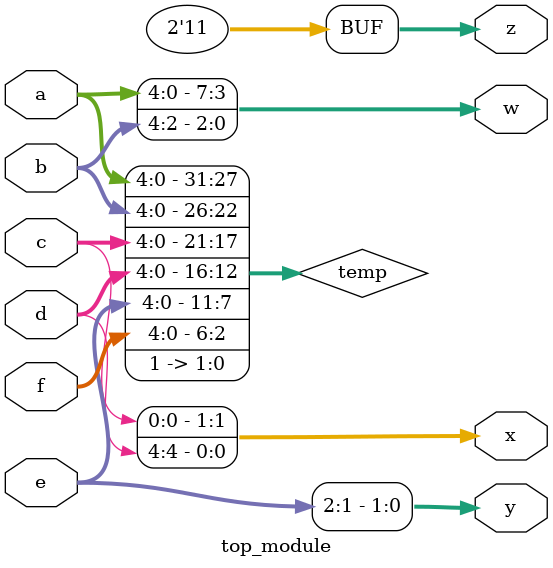
<source format=sv>
module top_module (
	input [4:0] a,
	input [4:0] b,
	input [4:0] c,
	input [4:0] d,
	input [4:0] e,
	input [4:0] f,
	output [7:0] w,
	output [7:8] x,
	output [7:8] y,
	output [7:8] z
);

    // Concatenate input vectors and two 1 bits to form a 32-bit vector
    wire [31:0] temp;
    assign temp = {a, b, c, d, e, f, 2'b11};

    // Split the 32-bit vector into four 8-bit output vectors
    assign w = temp[31:24];
    assign x = temp[23:16];
    assign y = temp[15:8];
    assign z = temp[7:0];

endmodule

</source>
